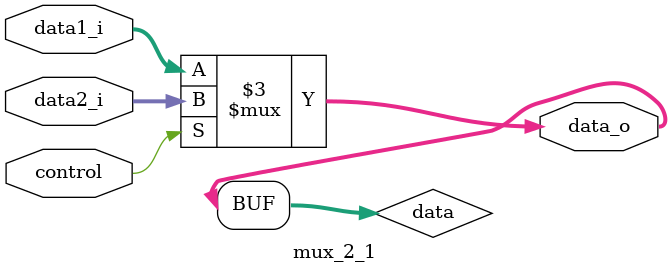
<source format=sv>


module mux_2_1 #(parameter DATA_WIDTH = 17)(
	input control,
	input [DATA_WIDTH-1 : 0] data1_i,
	input [DATA_WIDTH-1 : 0] data2_i,
	output [DATA_WIDTH-1 : 0]	data_o
);
	logic [DATA_WIDTH-1 : 0] data;
	always_comb begin
		if (control) begin
		data = data2_i;
		end
		else begin
			data = data1_i;
		end
	end
	assign data_o = data;
	
endmodule

</source>
